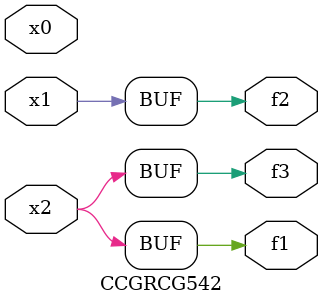
<source format=v>
module CCGRCG542(
	input x0, x1, x2,
	output f1, f2, f3
);
	assign f1 = x2;
	assign f2 = x1;
	assign f3 = x2;
endmodule

</source>
